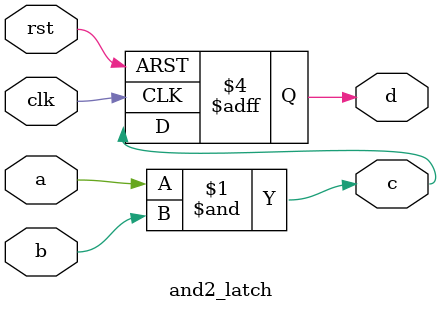
<source format=v>

`timescale 1ns / 1ps

module and2_latch(
  a,
  b,
  clk,
  rst,
  c,
  d);

input wire clk;
input wire rst;

input wire a;
input wire b;
output wire c;
output reg d;

assign c = a & b;

always @(posedge rst or posedge clk) begin
  if(rst == 1'b1)
    d<=0;
  else 
    d <= c;
end

endmodule

</source>
